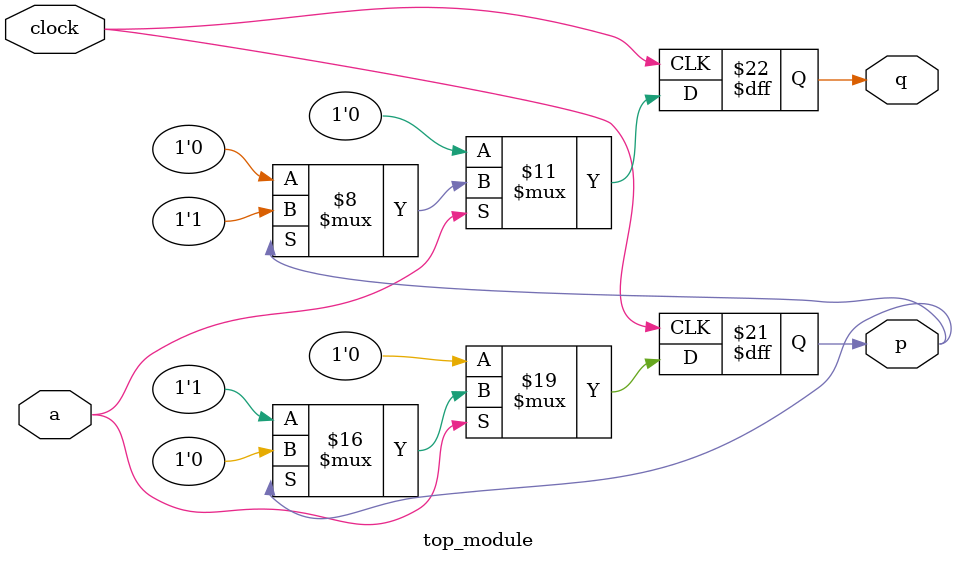
<source format=sv>
module top_module (
	input wire clock,
	input wire a, 
	output reg p,
	output reg q
);

// Sequential circuit
always @(posedge clock) begin
	if (a == 1'b0) begin
		p <= 1'b0;
		q <= 1'b0;
	end else if (p == 1'b0) begin
		p <= 1'b1;
		q <= 1'b0;
	end else if (q == 1'b0) begin
		p <= 1'b0;
		q <= 1'b1;
	end else begin
		p <= 1'b0;
		q <= 1'b1;
	end
end

endmodule

</source>
